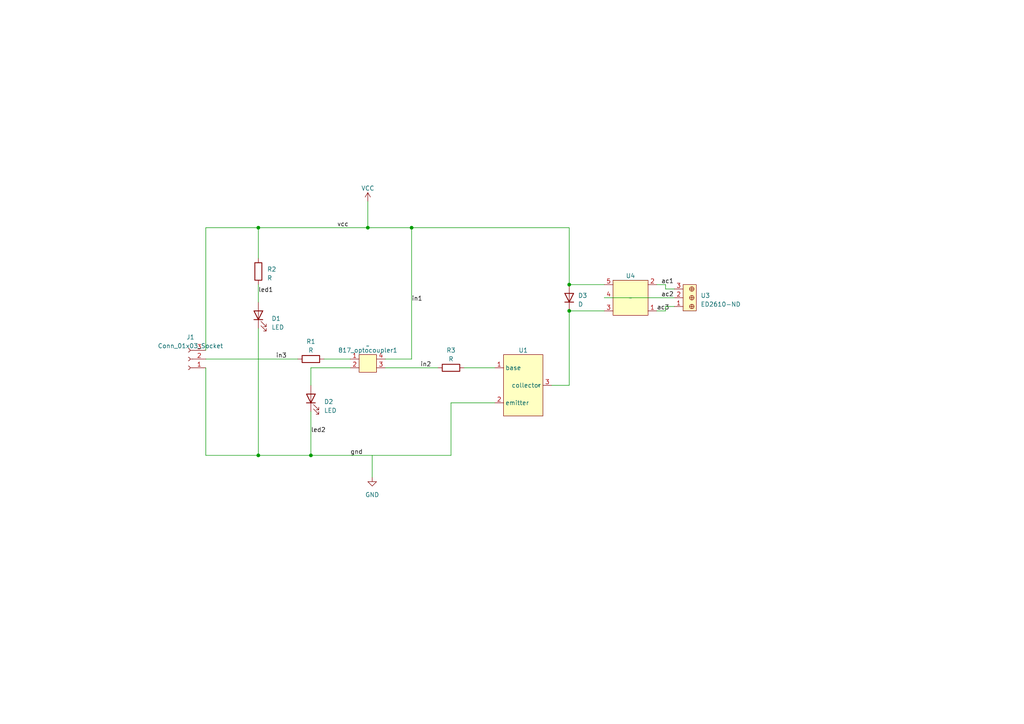
<source format=kicad_sch>
(kicad_sch (version 20230121) (generator eeschema)
  (paper "A4")
  (title_block (title "Relay Module") (date "2023-05-03") (rev "V1"))
  (lib_symbols
    (symbol "Connector:Conn_01x03_Socket" (pin_names (offset 1.016) hide)
      (property "Reference" "J" (at 0 5.08 0))
      (property "Value" "Conn_01x03_Socket" (at 0 -5.08 0))
      (symbol "Conn_01x03_Socket_1_1"
        (arc (start 0 -2.032) (mid -0.5058 -2.54) (end 0 -3.048) (stroke (width 0.1524)))
        (polyline (pts (xy -1.27 -2.54) (xy -0.508 -2.54)) (stroke (width 0.1524)))
        (polyline (pts (xy -1.27 0) (xy -0.508 0)) (stroke (width 0.1524)))
        (polyline (pts (xy -1.27 2.54) (xy -0.508 2.54)) (stroke (width 0.1524)))
        (arc (start 0 0.508) (mid -0.5058 0) (end 0 -0.508) (stroke (width 0.1524)))
        (arc (start 0 3.048) (mid -0.5058 2.54) (end 0 2.032) (stroke (width 0.1524)))
        (pin passive line (at -5.08 2.54 0) (length 3.81) (name "Pin_1") (number "1"))
        (pin passive line (at -5.08 0 0) (length 3.81) (name "Pin_2") (number "2"))
        (pin passive line (at -5.08 -2.54 0) (length 3.81) (name "Pin_3") (number "3"))
      )
    )
    (symbol "Device:D" (pin_numbers hide) (pin_names (offset 1.016) hide)
      (property "Reference" "D" (at 0 2.54 0))
      (property "Value" "D" (at 0 -2.54 0))
      (symbol "D_0_1"
        (polyline (pts (xy -1.27 1.27) (xy -1.27 -1.27)) (stroke (width 0.254)))
        (polyline (pts (xy 1.27 0) (xy -1.27 0)))
        (polyline (pts (xy 1.27 1.27) (xy 1.27 -1.27) (xy -1.27 0) (xy 1.27 1.27)) (stroke (width 0.254)))
      )
      (symbol "D_1_1"
        (pin passive line (at -3.81 0 0) (length 2.54) (name "K") (number "1"))
        (pin passive line (at 3.81 0 180) (length 2.54) (name "A") (number "2"))
      )
    )
    (symbol "Device:LED" (pin_numbers hide) (pin_names (offset 1.016) hide)
      (property "Reference" "D" (at 0 2.54 0))
      (property "Value" "LED" (at 0 -2.54 0))
      (symbol "LED_0_1"
        (polyline (pts (xy -1.27 -1.27) (xy -1.27 1.27)) (stroke (width 0.254)))
        (polyline (pts (xy -1.27 0) (xy 1.27 0)))
        (polyline (pts (xy 1.27 -1.27) (xy 1.27 1.27) (xy -1.27 0) (xy 1.27 -1.27)) (stroke (width 0.254)))
        (polyline (pts (xy -3.048 -0.762) (xy -4.572 -2.286) (xy -3.81 -2.286) (xy -4.572 -2.286) (xy -4.572 -1.524)))
        (polyline (pts (xy -1.778 -0.762) (xy -3.302 -2.286) (xy -2.54 -2.286) (xy -3.302 -2.286) (xy -3.302 -1.524)))
      )
      (symbol "LED_1_1"
        (pin passive line (at -3.81 0 0) (length 2.54) (name "K") (number "1"))
        (pin passive line (at 3.81 0 180) (length 2.54) (name "A") (number "2"))
      )
    )
    (symbol "Device:R" (pin_numbers hide) (pin_names (offset 0))
      (property "Reference" "R" (at 2.032 0 90))
      (property "Value" "R" (at 0 0 90))
      (symbol "R_0_1"
        (rectangle (start -1.016 -2.54) (end 1.016 2.54) (stroke (width 0.254)))
      )
      (symbol "R_1_1"
        (pin passive line (at 0 3.81 270) (length 1.27) (name "~") (number "1"))
        (pin passive line (at 0 -3.81 90) (length 1.27) (name "~") (number "2"))
      )
    )
    (symbol "ed2610-nd:ED2610-ND" (pin_names (offset 1.016))
      (property "Reference" "U" (at -2.54 -1.27 0))
      (property "Value" "ED2610-ND" (at 2.54 -5.08 0))
      (symbol "ED2610-ND_1_1"
        (rectangle (start -1.27 0) (end 6.35 -3.81) (fill (type background)))
        (circle (center 0 -2.54) (radius 0.635))
        (polyline (pts (xy 0 -1.905) (xy 0 -3.175)))
        (polyline (pts (xy 0.635 -2.54) (xy -0.635 -2.54)))
        (polyline (pts (xy 1.905 -2.54) (xy 3.175 -2.54)))
        (polyline (pts (xy 2.54 -1.905) (xy 2.54 -3.175)))
        (polyline (pts (xy 4.445 -2.54) (xy 5.715 -2.54)))
        (polyline (pts (xy 5.08 -1.905) (xy 5.08 -3.175)))
        (circle (center 2.54 -2.54) (radius 0.635))
        (circle (center 5.08 -2.54) (radius 0.635))
        (pin passive line (at 0 2.54 270) (length 2.54) (name "~") (number "1"))
        (pin passive line (at 2.54 2.54 270) (length 2.54) (name "~") (number "2"))
        (pin passive line (at 5.08 2.54 270) (length 2.54) (name "~") (number "3"))
      )
    )
    (symbol "optocoupler_symbol:optocoupler_smd"
      (property "Reference" "817_optocoupler" (at 0 5.08 0))
      (symbol "optocoupler_smd_1_1"
        (rectangle (start -2.54 2.54) (end 2.54 -2.54) (fill (type background)))
        (pin input line (at -5.08 1.27 0) (length 2.54) (name "") (number "1"))
        (pin input line (at -5.08 -1.27 0) (length 2.54) (name "") (number "2"))
        (pin input line (at 5.08 -1.27 180) (length 2.54) (name "") (number "3"))
        (pin input line (at 5.08 1.27 180) (length 2.54) (name "") (number "4"))
      )
    )
    (symbol "power:GND" (power) (pin_names (offset 0))
      (property "Value" "GND" (at 0 -3.81 0))
      (symbol "GND_0_1"
        (polyline (pts (xy 0 0) (xy 0 -1.27) (xy 1.27 -1.27) (xy 0 -2.54) (xy -1.27 -1.27) (xy 0 -1.27)))
      )
      (symbol "GND_1_1"
        (pin power_in line (at 0 0 270) (length 0) hide (name "GND") (number "1"))
      )
    )
    (symbol "power:VCC" (power) (pin_names (offset 0))
      (property "Value" "VCC" (at 0 3.81 0))
      (symbol "VCC_0_1"
        (polyline (pts (xy -0.762 1.27) (xy 0 2.54)))
        (polyline (pts (xy 0 0) (xy 0 2.54)))
        (polyline (pts (xy 0 2.54) (xy 0.762 1.27)))
      )
      (symbol "VCC_1_1"
        (pin power_in line (at 0 0 90) (length 0) hide (name "VCC") (number "1"))
      )
    )
    (symbol "relay:relay"
      (property "Reference" "U" (at -1.27 6.35 0))
      (symbol "relay_1_1"
        (rectangle (start -5.08 5.08) (end 5.08 -5.08) (fill (type background)))
        (pin input line (at -7.62 3.81 0) (length 2.54) (name "") (number "1"))
        (pin input line (at -7.62 -3.81 0) (length 2.54) (name "") (number "2"))
        (pin input line (at 7.62 3.81 180) (length 2.54) (name "") (number "3"))
        (pin input line (at 7.62 0 180) (length 2.54) (name "") (number "4"))
        (pin input line (at 7.62 -3.81 180) (length 2.54) (name "") (number "5"))
      )
    )
    (symbol "smd_bc547:smd_bc547"
      (property "Reference" "U" (at 0 7.62 0))
      (symbol "smd_bc547_1_1"
        (rectangle (start -8.89 5.08) (end 8.89 -6.35) (fill (type background)))
        (pin input line (at -5.08 -8.89 90) (length 2.54) (name "base") (number "1"))
        (pin input line (at 5.08 -8.89 90) (length 2.54) (name "emitter") (number "2"))
        (pin input line (at 0 7.62 270) (length 2.54) (name "collector") (number "3"))
      )
    )
  )
  (junction (at 165.1 90.17))
  (junction (at 119.38 66.04))
  (junction (at 165.1 82.55))
  (junction (at 90.17 132.08))
  (junction (at 74.93 132.08))
  (junction (at 74.93 66.04))
  (junction (at 106.68 66.04))
  (wire (pts (xy 193.04 82.55) (xy 193.04 83.82)))
  (wire (pts (xy 165.1 82.55) (xy 175.26 82.55)))
  (wire (pts (xy 59.69 132.08) (xy 74.93 132.08)))
  (wire (pts (xy 165.1 90.17) (xy 165.1 111.76)))
  (wire (pts (xy 59.69 106.68) (xy 59.69 132.08)))
  (wire (pts (xy 59.69 66.04) (xy 74.93 66.04)))
  (wire (pts (xy 101.6 106.68) (xy 90.17 106.68)))
  (wire (pts (xy 59.69 104.14) (xy 86.36 104.14)))
  (wire (pts (xy 143.51 116.84) (xy 130.81 116.84)))
  (wire (pts (xy 175.26 86.36) (xy 195.58 86.36)))
  (wire (pts (xy 74.93 95.25) (xy 74.93 132.08)))
  (wire (pts (xy 90.17 132.08) (xy 90.17 119.38)))
  (wire (pts (xy 106.68 66.04) (xy 119.38 66.04)))
  (wire (pts (xy 59.69 66.04) (xy 59.69 101.6)))
  (wire (pts (xy 165.1 90.17) (xy 175.26 90.17)))
  (wire (pts (xy 74.93 82.55) (xy 74.93 87.63)))
  (wire (pts (xy 193.04 83.82) (xy 195.58 83.82)))
  (wire (pts (xy 193.04 88.9) (xy 195.58 88.9)))
  (wire (pts (xy 165.1 66.04) (xy 165.1 82.55)))
  (wire (pts (xy 165.1 111.76) (xy 160.02 111.76)))
  (wire (pts (xy 107.95 132.08) (xy 107.95 138.43)))
  (wire (pts (xy 74.93 66.04) (xy 106.68 66.04)))
  (wire (pts (xy 74.93 132.08) (xy 90.17 132.08)))
  (wire (pts (xy 190.5 90.17) (xy 193.04 90.17)))
  (wire (pts (xy 90.17 106.68) (xy 90.17 111.76)))
  (wire (pts (xy 119.38 66.04) (xy 165.1 66.04)))
  (wire (pts (xy 90.17 132.08) (xy 130.81 132.08)))
  (wire (pts (xy 134.62 106.68) (xy 143.51 106.68)))
  (wire (pts (xy 193.04 90.17) (xy 193.04 88.9)))
  (wire (pts (xy 119.38 104.14) (xy 119.38 66.04)))
  (wire (pts (xy 130.81 116.84) (xy 130.81 132.08)))
  (wire (pts (xy 93.98 104.14) (xy 101.6 104.14)))
  (wire (pts (xy 111.76 104.14) (xy 119.38 104.14)))
  (wire (pts (xy 74.93 74.93) (xy 74.93 66.04)))
  (wire (pts (xy 190.5 82.55) (xy 193.04 82.55)))
  (wire (pts (xy 106.68 58.42) (xy 106.68 66.04)))
  (wire (pts (xy 111.76 106.68) (xy 127 106.68)))
  (label "in3" (at 80.01 104.14 0))
  (label "in1" (at 119.38 87.63 0))
  (label "led1" (at 74.93 85.09 0))
  (label "ac2" (at 191.77 86.36 0))
  (label "ac1" (at 191.77 82.55 0))
  (label "in2" (at 121.92 106.68 0))
  (label "gnd" (at 101.6 132.08 0))
  (label "led2" (at 90.17 125.73 0))
  (label "ac3" (at 190.5 90.17 0))
  (label "vcc" (at 97.79 66.04 0))
  (symbol (lib_id "Device:LED") (at 74.93 91.44 90) (unit 1)
    (property "Reference" "D1" (at 78.74 92.3925 90) (effects (justify right)))
    (property "Value" "LED" (at 78.74 94.9325 90) (effects (justify right)))
    (property "Footprint" "LED_SMD:LED_0805_2012Metric" (effects hide))
  )
  (symbol (lib_id "relay:relay") (at 182.88 86.36 180) (unit 1)
    (property "Reference" "U4" (at 182.88 80.01 0))
    (property "Value" "~" (at 182.88 86.36 0))
    (property "Footprint" "relay:relay" (effects hide))
  )
  (symbol (lib_id "power:VCC") (at 106.68 58.42 0) (unit 1)
    (property "Reference" "#PWR02" (effects hide))
    (property "Value" "VCC" (at 106.68 54.61 0))
  )
  (symbol (lib_id "power:GND") (at 107.95 138.43 0) (unit 1)
    (property "Reference" "#PWR01" (effects hide))
    (property "Value" "GND" (at 107.95 143.51 0))
  )
  (symbol (lib_id "Device:LED") (at 90.17 115.57 90) (unit 1)
    (property "Reference" "D2" (at 93.98 116.5225 90) (effects (justify right)))
    (property "Value" "LED" (at 93.98 119.0625 90) (effects (justify right)))
    (property "Footprint" "LED_SMD:LED_0805_2012Metric" (effects hide))
  )
  (symbol (lib_id "smd_bc547:smd_bc547") (at 152.4 111.76 270) (unit 1)
    (property "Reference" "U1" (at 151.765 101.6 90))
    (property "Value" "~" (at 156.21 111.76 0))
    (property "Footprint" "smd_BC547:smd_BC547" (effects hide))
  )
  (symbol (lib_id "Device:R") (at 130.81 106.68 90) (unit 1)
    (property "Reference" "R3" (at 130.81 101.6 90))
    (property "Value" "R" (at 130.81 104.14 90))
    (property "Footprint" "Resistor_SMD:R_0805_2012Metric_Pad1.20x1.40mm_HandSolder" (effects hide))
  )
  (symbol (lib_id "optocoupler_symbol:optocoupler_smd") (at 106.68 105.41 0) (unit 1)
    (property "Reference" "817_optocoupler1" (at 106.68 101.6 0))
    (property "Value" "~" (at 106.68 100.33 0))
    (property "Footprint" "optocoupler_footprint:optocoupler" (effects hide))
  )
  (symbol (lib_id "Connector:Conn_01x03_Socket") (at 54.61 104.14 180) (unit 1)
    (property "Reference" "J1" (at 55.245 97.79 0))
    (property "Value" "Conn_01x03_Socket" (at 55.245 100.33 0))
    (property "Footprint" "Connector_PinHeader_2.54mm:PinHeader_1x03_P2.54mm_Vertical" (effects hide))
  )
  (symbol (lib_id "ed2610-nd:ED2610-ND") (at 198.12 88.9 90) (unit 1)
    (property "Reference" "U3" (at 203.2 85.725 90) (effects (justify right)))
    (property "Value" "ED2610-ND" (at 203.2 88.265 90) (effects (justify right)))
    (property "Footprint" "TerminalBlock:TerminalBlock_bornier-3_P5.08mm" (effects hide))
  )
  (symbol (lib_id "Device:D") (at 165.1 86.36 90) (unit 1)
    (property "Reference" "D3" (at 167.64 85.725 90) (effects (justify right)))
    (property "Value" "D" (at 167.64 88.265 90) (effects (justify right)))
    (property "Footprint" "Diode_SMD:D_SMA" (effects hide))
    (property "Sim.Device" "D" (effects hide))
    (property "Sim.Pins" "1=K 2=A" (effects hide))
  )
  (symbol (lib_id "Device:R") (at 90.17 104.14 90) (unit 1)
    (property "Reference" "R1" (at 90.17 99.06 90))
    (property "Value" "R" (at 90.17 101.6 90))
    (property "Footprint" "Resistor_SMD:R_0805_2012Metric_Pad1.20x1.40mm_HandSolder" (effects hide))
  )
  (symbol (lib_id "Device:R") (at 74.93 78.74 0) (unit 1)
    (property "Reference" "R2" (at 77.47 78.105 0) (effects (justify left)))
    (property "Value" "R" (at 77.47 80.645 0) (effects (justify left)))
    (property "Footprint" "Resistor_SMD:R_0805_2012Metric_Pad1.20x1.40mm_HandSolder" (effects hide))
  )
)
</source>
